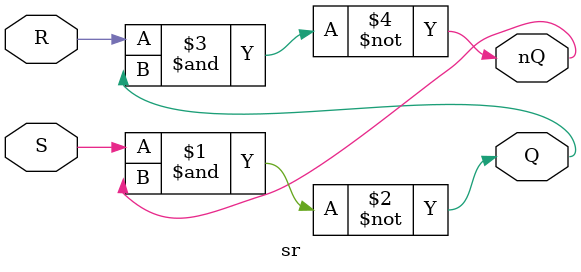
<source format=v>
module sr (
    Q, nQ, S,R
);
    
    output Q, nQ;
    input S,R;
    nand n1(Q,S, nQ);
    nand n2(nQ, R, Q); 
endmodule
</source>
